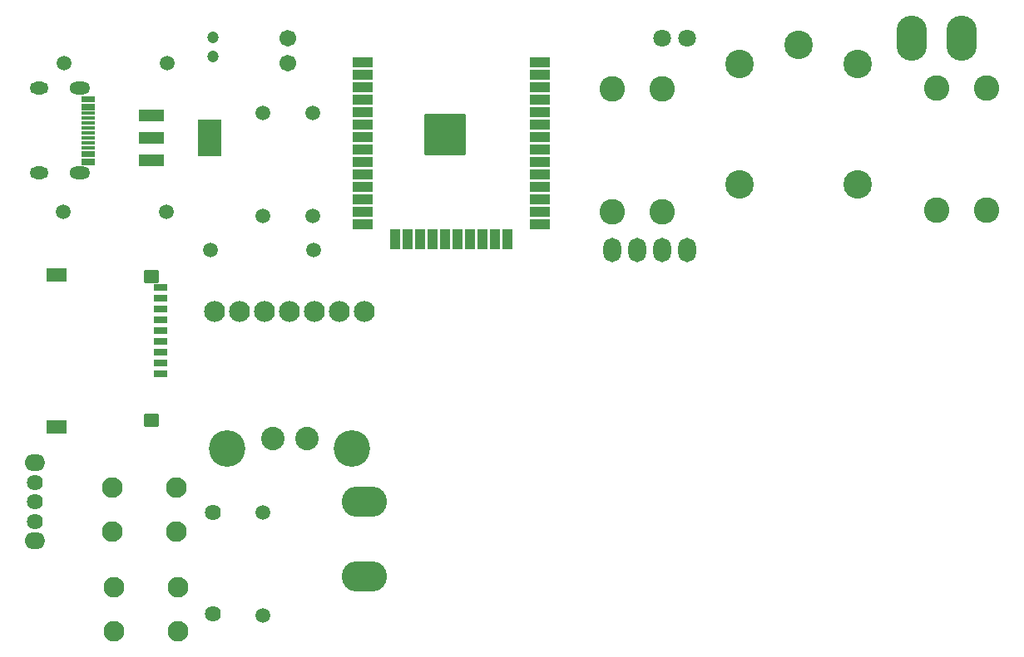
<source format=gts>
G04 Layer: TopSolderMaskLayer*
G04 EasyEDA v6.5.22, 2022-12-04 20:31:14*
G04 182cb613c9664d73b7f9de34f776aa3b,1ae14fa7f5aa486887b2aa5280da83c0,10*
G04 Gerber Generator version 0.2*
G04 Scale: 100 percent, Rotated: No, Reflected: No *
G04 Dimensions in millimeters *
G04 leading zeros omitted , absolute positions ,4 integer and 5 decimal *
%FSLAX45Y45*%
%MOMM*%

%AMMACRO1*1,1,$1,$2,$3*1,1,$1,$4,$5*1,1,$1,0-$2,0-$3*1,1,$1,0-$4,0-$5*20,1,$1,$2,$3,$4,$5,0*20,1,$1,$4,$5,0-$2,0-$3,0*20,1,$1,0-$2,0-$3,0-$4,0-$5,0*20,1,$1,0-$4,0-$5,$2,$3,0*4,1,4,$2,$3,$4,$5,0-$2,0-$3,0-$4,0-$5,$2,$3,0*%
%ADD10O,3.101594X4.601591000000001*%
%ADD11C,1.8016*%
%ADD12C,1.5016*%
%ADD13O,1.8034X2.4892000000000003*%
%ADD14C,1.6256*%
%ADD15O,2.1015960000000002X1.7015968000000001*%
%ADD16O,4.601591000000001X3.101594*%
%ADD17C,1.7016*%
%ADD18C,1.2000*%
%ADD19MACRO1,0.1016X1.25X-0.55X-1.25X-0.55*%
%ADD20MACRO1,0.1016X-1.17X-1.8X-1.17X1.8*%
%ADD21C,2.1016*%
%ADD22C,3.7191*%
%ADD23C,2.3876*%
%ADD24C,2.1336*%
%ADD25C,2.8956*%
%ADD26MACRO1,0.1X-1X0.45X1X0.45*%
%ADD27MACRO1,0.1X0.45X1X0.45X-1*%
%ADD28MACRO1,0.1X-0.45X1X-0.45X-1*%
%ADD29MACRO1,0.1X-1X-0.45X1X-0.45*%
%ADD30MACRO1,0.1X-2.05X2.05X2.05X2.05*%
%ADD31MACRO1,0.1016X0.65X0.3X0.65X-0.3*%
%ADD32MACRO1,0.1016X0.7X0.6X0.7X-0.6*%
%ADD33MACRO1,0.1016X1X0.6X1X-0.6*%
%ADD34MACRO1,0.1016X0.65X0.15X0.65X-0.15*%
%ADD35O,1.9015964X1.3015976000000002*%
%ADD36O,2.1015960000000002X1.3015976000000002*%
%ADD37C,2.6016*%

%LPD*%
D10*
G01*
X10160000Y8890000D03*
G01*
X9652000Y8890000D03*
D11*
G01*
X7112000Y8890000D03*
G01*
X7366000Y8890000D03*
D12*
G01*
X3560292Y6731000D03*
G01*
X2510307Y6731000D03*
D13*
G01*
X6604000Y6731000D03*
G01*
X6858000Y6731000D03*
G01*
X7112000Y6731000D03*
G01*
X7366000Y6731000D03*
D14*
G01*
X723900Y4365599D03*
G01*
X723900Y4165600D03*
G01*
X723900Y3965600D03*
D15*
G01*
X723900Y3765600D03*
G01*
X723900Y4565599D03*
D16*
G01*
X4076700Y3403600D03*
G01*
X4076700Y4165600D03*
D17*
G01*
X3302000Y8636000D03*
G01*
X3302000Y8890000D03*
D18*
G01*
X2540000Y8701100D03*
G01*
X2540000Y8901099D03*
D12*
G01*
X1024407Y8636000D03*
G01*
X2074392Y8636000D03*
G01*
X1011707Y7124700D03*
G01*
X2061692Y7124700D03*
D19*
G01*
X1912806Y8103997D03*
G01*
X1912806Y7874000D03*
G01*
X1912806Y7644002D03*
D20*
G01*
X2506802Y7874000D03*
D14*
G01*
X2540000Y4058310D03*
G01*
X2540000Y3028289D03*
D21*
G01*
X1529206Y2848406D03*
G01*
X2179193Y2848406D03*
G01*
X2179193Y3298393D03*
G01*
X1529206Y3298393D03*
G01*
X1516506Y3864406D03*
G01*
X2166493Y3864406D03*
G01*
X2166493Y4314393D03*
G01*
X1516506Y4314393D03*
D22*
G01*
X3949700Y4711700D03*
G01*
X2679700Y4711700D03*
D23*
G01*
X3144697Y4813300D03*
G01*
X3494709Y4813300D03*
D24*
G01*
X4076700Y6108700D03*
G01*
X3822700Y6108700D03*
G01*
X3568700Y6108700D03*
G01*
X3314700Y6108700D03*
G01*
X3060700Y6108700D03*
G01*
X2806700Y6108700D03*
G01*
X2552700Y6108700D03*
D25*
G01*
X7896352Y7405293D03*
G01*
X8496300Y8825306D03*
G01*
X9096298Y8625306D03*
G01*
X7896301Y8625306D03*
G01*
X9096247Y7405293D03*
D12*
G01*
X3556000Y7082307D03*
G01*
X3556000Y8132292D03*
G01*
X3048000Y7082307D03*
G01*
X3048000Y8132292D03*
D26*
G01*
X4065772Y8647424D03*
G01*
X4065772Y8520424D03*
G01*
X4065772Y8393424D03*
G01*
X4065772Y8266424D03*
G01*
X4065772Y8139424D03*
G01*
X4065772Y8012424D03*
G01*
X4065772Y7885424D03*
G01*
X4065772Y7758424D03*
G01*
X4065772Y7631424D03*
G01*
X4065772Y7504424D03*
G01*
X4065772Y7377424D03*
G01*
X4065772Y7250424D03*
G01*
X4065772Y7123424D03*
G01*
X4065772Y6996424D03*
D27*
G01*
X4394278Y6846412D03*
G01*
X4521278Y6846412D03*
G01*
X4648278Y6846412D03*
G01*
X4775278Y6846412D03*
G01*
X4902278Y6846412D03*
D28*
G01*
X5029278Y6846412D03*
G01*
X5156278Y6846412D03*
G01*
X5283278Y6846412D03*
G01*
X5410278Y6846412D03*
G01*
X5537278Y6846412D03*
D29*
G01*
X5865784Y6996424D03*
G01*
X5865784Y7123424D03*
G01*
X5865784Y7250424D03*
G01*
X5865784Y7377424D03*
G01*
X5865784Y7504424D03*
G01*
X5865784Y7631424D03*
G01*
X5865784Y7758424D03*
G01*
X5865784Y7885424D03*
G01*
X5865784Y8012424D03*
G01*
X5865784Y8139424D03*
G01*
X5865784Y8266424D03*
G01*
X5865784Y8393424D03*
G01*
X5865784Y8520424D03*
G01*
X5865784Y8647424D03*
D30*
G01*
X4897771Y7913404D03*
D12*
G01*
X3048000Y4055592D03*
G01*
X3048000Y3005607D03*
D31*
G01*
X2000799Y5472239D03*
G01*
X2000799Y5582239D03*
G01*
X2000799Y5692239D03*
G01*
X2000799Y5802238D03*
G01*
X2000799Y5912238D03*
G01*
X2000799Y6022238D03*
G01*
X2000799Y6132238D03*
G01*
X2000799Y6242237D03*
G01*
X2000799Y6352237D03*
D32*
G01*
X1915777Y6462237D03*
G01*
X1915777Y4994236D03*
D33*
G01*
X945598Y4926302D03*
G01*
X945598Y6478303D03*
D34*
G01*
X1264391Y8125280D03*
G01*
X1264391Y8075268D03*
G01*
X1264394Y8025281D03*
G01*
X1264391Y7975268D03*
G01*
X1264394Y7925281D03*
G01*
X1264391Y7875268D03*
G01*
X1264391Y7825306D03*
G01*
X1264391Y7775268D03*
G01*
X1264378Y8285270D03*
G01*
X1264394Y8255273D03*
G01*
X1264378Y8205269D03*
G01*
X1264381Y8175274D03*
G01*
X1264378Y7725277D03*
G01*
X1264381Y7695265D03*
G01*
X1264396Y7645275D03*
G01*
X1264396Y7615275D03*
D35*
G01*
X767562Y7517764D03*
D36*
G01*
X1187551Y7517764D03*
G01*
X1187551Y8382787D03*
D35*
G01*
X767562Y8382787D03*
D37*
G01*
X6604101Y8371992D03*
G01*
X6604101Y7122007D03*
G01*
X7112101Y8371992D03*
G01*
X7112101Y7122007D03*
G01*
X9906101Y8384692D03*
G01*
X9906101Y7134707D03*
G01*
X10414101Y8384692D03*
G01*
X10414101Y7134707D03*
M02*

</source>
